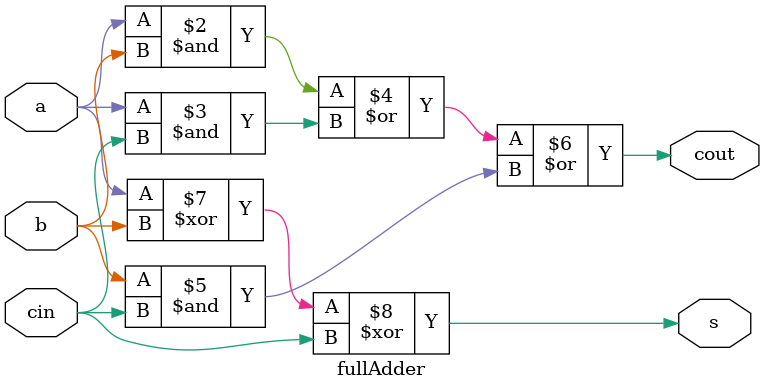
<source format=v>
`timescale 1ns / 1ps


module fullAdder(cout, s, a, b, cin);
output cout;
output s;
input a;
input b;
input cin;
reg cout, s;
always @(a, b, cin )
begin
    cout = a&b | a&cin | b&cin;
    s = a^b^cin;
end
endmodule


</source>
